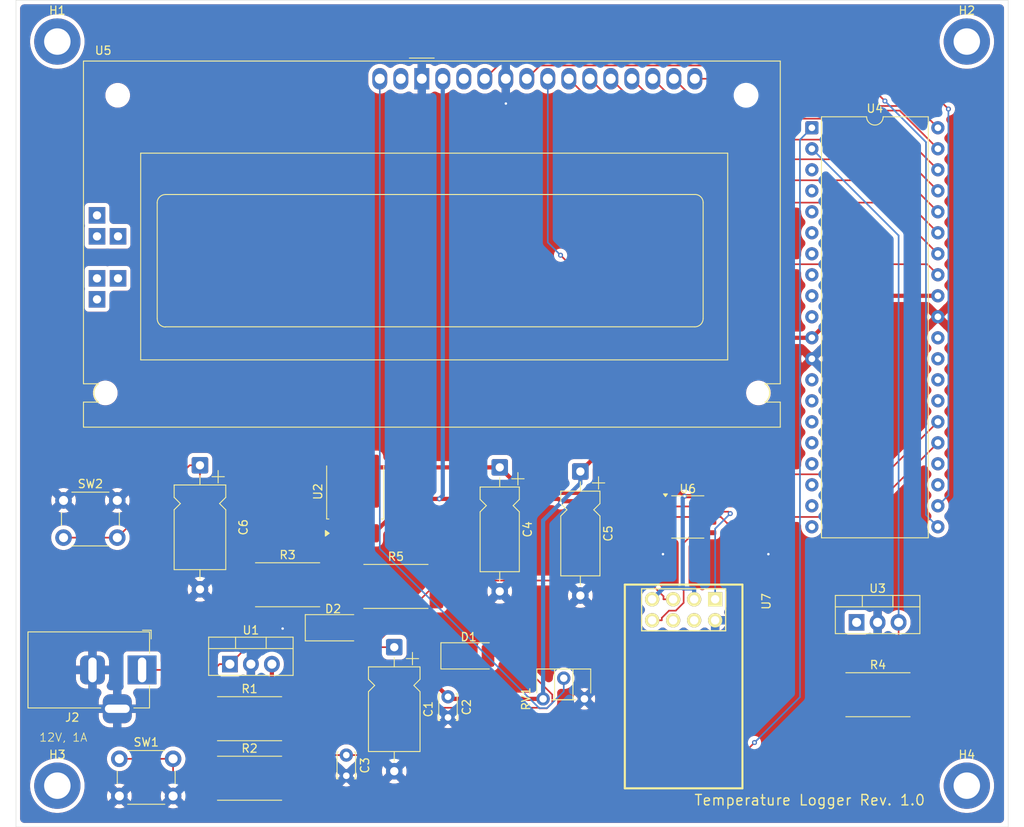
<source format=kicad_pcb>
(kicad_pcb (version 20241229) (generator "pcbnew") (generator_version "9.0")
  (title_block (title "Temperature Logger") (date "2025-07-15") (rev "1.0"))
  (layers (0 "F.Cu" signal) (2 "B.Cu" signal) (13 "F.Paste" user) (15 "B.Paste" user) (5 "F.SilkS" user "F.Silkscreen") (7 "B.SilkS" user "B.Silkscreen") (1 "F.Mask" user) (3 "B.Mask" user) (25 "Edge.Cuts" user))
  (net 0 "")
  (net 1 "GND")
  (net 2 "/12V, 1A")
  (net 3 "Net-(U4-RE3{slash}~{MCLR}{slash}Vpp)")
  (net 4 "/5V VOUT")
  (net 5 "Net-(U7-RST)")
  (net 6 "Net-(D1-A)")
  (net 7 "Net-(D2-A)")
  (net 12 "Net-(U3-V_{OUT})")
  (net 13 "Net-(U5-A{slash}VEE)")
  (net 14 "+5V")
  (net 18 "Net-(U4-C12IN2-{slash}PGM{slash}AN9{slash}RB3)")
  (net 20 "Net-(U4-RD3)")
  (net 25 "Net-(U4-ICSPDAT{slash}RB7)")
  (net 28 "Net-(U4-C12IN3-{slash}AN10{slash}RB1)")
  (net 30 "Net-(U4-RD2)")
  (net 31 "Net-(U4-~{T1G}{slash}AN13{slash}RB5)")
  (net 34 "Net-(U4-ICSPCLK{slash}RB6)")
  (net 35 "Net-(U4-INT{slash}AN12{slash}RB0)")
  (net 36 "Net-(U4-AN11{slash}RB4)")
  (net 41 "Net-(U4-TX{slash}CK{slash}RC6)")
  (net 42 "Net-(U4-RX{slash}DT{slash}RC7)")
  (net 43 "Net-(U4-AN8{slash}RB2)")
  (net 57 "Net-(U6-SDAB)")
  (net 58 "Net-(U6-SCLB)")
  (net 62 "/3.3 VOUT")
  (footprint "Capacitor_THT:CP_Axial_L10.0mm_D4.5mm_P15.00mm_Horizontal" (layer "F.Cu") (at 126.7575 122 -90)
    (property "Reference" "C4" (at 7.5 -3.37 90) (layer "F.SilkS"))
    (property "Value" "100uF")
    (pad "1" thru_hole roundrect (at 0 0 270) (size 2 2) (drill 1) (layers "*.Cu" "*.Mask") (roundrect_rratio 0.125) (net 62 "/3.3 VOUT"))
    (pad "2" thru_hole circle (at 15 0 270) (size 2 2) (drill 1) (layers "*.Cu" "*.Mask") (net 1 "GND"))
  )
  (footprint "Button_Switch_THT:SW_PUSH_6mm_H4.3mm" (layer "F.Cu") (at 80.75 157.25)
    (property "Reference" "SW1" (at 3.25 -2 0) (layer "F.SilkS"))
    (property "Value" "SW_Push")
    (pad "1" thru_hole circle (at 0 0 90) (size 2 2) (drill 1.1) (layers "*.Cu" "*.Mask") (net 3 "Net-(U4-RE3{slash}~{MCLR}{slash}Vpp)"))
    (pad "1" thru_hole circle (at 6.5 0 90) (size 2 2) (drill 1.1) (layers "*.Cu" "*.Mask") (net 3 "Net-(U4-RE3{slash}~{MCLR}{slash}Vpp)"))
    (pad "2" thru_hole circle (at 0 4.5 90) (size 2 2) (drill 1.1) (layers "*.Cu" "*.Mask") (net 1 "GND"))
    (pad "2" thru_hole circle (at 6.5 4.5 90) (size 2 2) (drill 1.1) (layers "*.Cu" "*.Mask") (net 1 "GND"))
  )
  (footprint "Resistor_SMD:R_4020_10251Metric_Pad1.65x5.30mm_HandSolder" (layer "F.Cu") (at 114.2 136.4)
    (property "Reference" "R5" (at 0 -3.6 0) (layer "F.SilkS"))
    (property "Value" "10k")
    (pad "1" smd roundrect (at -4.9 0) (size 1.65 5.3) (layers "F.Cu" "F.Mask" "F.Paste") (roundrect_rratio 0.151515) (net 62 "/3.3 VOUT"))
    (pad "2" smd roundrect (at 4.9 0) (size 1.65 5.3) (layers "F.Cu" "F.Mask" "F.Paste") (roundrect_rratio 0.151515) (net 5 "Net-(U7-RST)"))
  )
  (footprint "Display:RC1602A" (layer "F.Cu") (at 117.33 75)
    (property "Reference" "U5" (at -38.53 -3.41 180) (layer "F.SilkS"))
    (property "Value" "RC1602A-GHW-ESX")
    (pad "" np_thru_hole circle (at -38.28 38 180) (size 2.5 2.5) (drill 2.5) (layers "*.Cu" "*.Mask"))
    (pad "" np_thru_hole circle (at -36.78 2 180) (size 2.5 2.5) (drill 2.5) (layers "*.Cu" "*.Mask"))
    (pad "" np_thru_hole circle (at 39.22 2 180) (size 2.5 2.5) (drill 2.5) (layers "*.Cu" "*.Mask"))
    (pad "" np_thru_hole circle (at 40.72 38 180) (size 2.5 2.5) (drill 2.5) (layers "*.Cu" "*.Mask"))
    (pad "1" thru_hole rect (at 0 0 180) (size 1.8 2.6) (drill 1.2) (layers "*.Cu" "*.Mask") (net 1 "GND"))
    (pad "2" thru_hole oval (at 2.54 0 180) (size 1.8 2.6) (drill 1.2) (layers "*.Cu" "*.Mask") (net 4 "/5V VOUT"))
    (pad "3" thru_hole oval (at 5.08 0 180) (size 1.8 2.6) (drill 1.2) (layers "*.Cu" "*.Mask"))
    (pad "4" thru_hole oval (at 7.62 0 180) (size 1.8 2.6) (drill 1.2) (layers "*.Cu" "*.Mask") (net 20 "Net-(U4-RD3)"))
    (pad "5" thru_hole oval (at 10.16 0 180) (size 1.8 2.6) (drill 1.2) (layers "*.Cu" "*.Mask") (net 1 "GND"))
    (pad "6" thru_hole oval (at 12.7 0 180) (size 1.8 2.6) (drill 1.2) (layers "*.Cu" "*.Mask") (net 30 "Net-(U4-RD2)"))
    (pad "7" thru_hole oval (at 15.24 0 180) (size 1.8 2.6) (drill 1.2) (layers "*.Cu" "*.Mask") (net 35 "Net-(U4-INT{slash}AN12{slash}RB0)"))
    (pad "8" thru_hole oval (at 17.78 0 180) (size 1.8 2.6) (drill 1.2) (layers "*.Cu" "*.Mask") (net 28 "Net-(U4-C12IN3-{slash}AN10{slash}RB1)"))
    (pad "9" thru_hole oval (at 20.32 0 180) (size 1.8 2.6) (drill 1.2) (layers "*.Cu" "*.Mask") (net 43 "Net-(U4-AN8{slash}RB2)"))
    (pad "10" thru_hole oval (at 22.86 0 180) (size 1.8 2.6) (drill 1.2) (layers "*.Cu" "*.Mask") (net 18 "Net-(U4-C12IN2-{slash}PGM{slash}AN9{slash}RB3)"))
    (pad "11" thru_hole oval (at 25.4 0 180) (size 1.8 2.6) (drill 1.2) (layers "*.Cu" "*.Mask") (net 36 "Net-(U4-AN11{slash}RB4)"))
    (pad "12" thru_hole oval (at 27.94 0 180) (size 1.8 2.6) (drill 1.2) (layers "*.Cu" "*.Mask") (net 31 "Net-(U4-~{T1G}{slash}AN13{slash}RB5)"))
    (pad "13" thru_hole oval (at 30.48508 0.00254 180) (size 1.8 2.6) (drill 1.2) (layers "*.Cu" "*.Mask") (net 34 "Net-(U4-ICSPCLK{slash}RB6)"))
    (pad "14" thru_hole oval (at 33.02 0 180) (size 1.8 2.6) (drill 1.2) (layers "*.Cu" "*.Mask") (net 25 "Net-(U4-ICSPDAT{slash}RB7)"))
    (pad "15" thru_hole oval (at -5.08 0 180) (size 1.8 2.6) (drill 1.2) (layers "*.Cu" "*.Mask") (net 13 "Net-(U5-A{slash}VEE)"))
    (pad "16" thru_hole oval (at -2.53492 0.00254 180) (size 1.8 2.6) (drill 1.2) (layers "*.Cu" "*.Mask"))
    (pad "A1" thru_hole rect (at -39.28 24.14 180) (size 2 2) (drill 1) (layers "*.Cu" "*.Mask"))
    (pad "A1" thru_hole rect (at -39.28 26.68 180) (size 2 2) (drill 1) (layers "*.Cu" "*.Mask"))
    (pad "A1" thru_hole rect (at -36.74 24.14 180) (size 2 2) (drill 1) (layers "*.Cu" "*.Mask"))
    (pad "K1" thru_hole rect (at -39.28 16.52 180) (size 2 2) (drill 1) (layers "*.Cu" "*.Mask"))
    (pad "K1" thru_hole rect (at -39.28 19.06 180) (size 2 2) (drill 1) (layers "*.Cu" "*.Mask"))
    (pad "K1" thru_hole rect (at -36.74 19.06 180) (size 2 2) (drill 1) (layers "*.Cu" "*.Mask"))
  )
  (footprint "Potentiometer_THT:Potentiometer_ACP_CA6-H2,5_Horizontal" (layer "F.Cu") (at 132 150 90)
    (property "Reference" "RV1" (at 0 -2.06 90) (layer "F.SilkS"))
    (property "Value" "R_Potentiometer")
    (pad "1" thru_hole circle (at 0 0 90) (size 1.62 1.62) (drill 0.9) (layers "*.Cu" "*.Mask") (net 4 "/5V VOUT"))
    (pad "2" thru_hole circle (at 2.5 2.5 90) (size 1.62 1.62) (drill 0.9) (layers "*.Cu" "*.Mask") (net 13 "Net-(U5-A{slash}VEE)"))
    (pad "3" thru_hole circle (at 0 5 90) (size 1.62 1.62) (drill 0.9) (layers "*.Cu" "*.Mask") (net 1 "GND"))
  )
  (footprint "Resistor_SMD:R_4020_10251Metric_Pad1.65x5.30mm_HandSolder" (layer "F.Cu") (at 172.5 149.5)
    (property "Reference" "R4" (at 0 -3.6 0) (layer "F.SilkS"))
    (property "Value" "10k")
    (pad "1" smd roundrect (at -4.9 0) (size 1.65 5.3) (layers "F.Cu" "F.Mask" "F.Paste") (roundrect_rratio 0.151515) (net 1 "GND"))
    (pad "2" smd roundrect (at 4.9 0) (size 1.65 5.3) (layers "F.Cu" "F.Mask" "F.Paste") (roundrect_rratio 0.151515) (net 12 "Net-(U3-V_{OUT})"))
  )
  (footprint "Resistor_SMD:R_4020_10251Metric_Pad1.65x5.30mm_HandSolder" (layer "F.Cu") (at 101.1 136.2)
    (property "Reference" "R3" (at 0 -3.6 0) (layer "F.SilkS"))
    (property "Value" "470")
    (pad "1" smd roundrect (at -4.9 0) (size 1.65 5.3) (layers "F.Cu" "F.Mask" "F.Paste") (roundrect_rratio 0.151515) (net 62 "/3.3 VOUT"))
    (pad "2" smd roundrect (at 4.9 0) (size 1.65 5.3) (layers "F.Cu" "F.Mask" "F.Paste") (roundrect_rratio 0.151515) (net 7 "Net-(D2-A)"))
  )
  (footprint "Package_TO_SOT_SMD:TO-252-3_TabPin2" (layer "F.Cu") (at 109.275 124.935 90)
    (property "Reference" "U2" (at 0 -4.5 90) (layer "F.SilkS"))
    (property "Value" "LM1117DT-3.3")
    (pad "1" smd roundrect (at -5.04 -2.28 90) (size 2.2 1.2) (layers "F.Cu" "F.Mask" "F.Paste") (roundrect_rratio 0.208333) (net 1 "GND"))
    (pad "2" smd roundrect (at -5.04 0 90) (size 2.2 1.2) (layers "F.Cu" "F.Mask" "F.Paste") (roundrect_rratio 0.208333) (net 62 "/3.3 VOUT"))
    (pad "2" smd roundrect (at 1.26 0 90) (size 6.4 5.8) (layers "F.Cu" "F.Mask") (roundrect_rratio 0.043103) (net 62 "/3.3 VOUT"))
    (pad "3" smd roundrect (at -5.04 2.28 90) (size 2.2 1.2) (layers "F.Cu" "F.Mask" "F.Paste") (roundrect_rratio 0.208333) (net 4 "/5V VOUT"))
  )
  (footprint "Resistor_SMD:R_4020_10251Metric_Pad1.65x5.30mm_HandSolder" (layer "F.Cu") (at 96.5 159.6)
    (property "Reference" "R2" (at 0 -3.6 0) (layer "F.SilkS"))
    (property "Value" "10k")
    (pad "1" smd roundrect (at -4.9 0) (size 1.65 5.3) (layers "F.Cu" "F.Mask" "F.Paste") (roundrect_rratio 0.151515) (net 4 "/5V VOUT"))
    (pad "2" smd roundrect (at 4.9 0) (size 1.65 5.3) (layers "F.Cu" "F.Mask" "F.Paste") (roundrect_rratio 0.151515) (net 3 "Net-(U4-RE3{slash}~{MCLR}{slash}Vpp)"))
  )
  (footprint "Capacitor_THT:C_Disc_D3.0mm_W2.0mm_P2.50mm" (layer "F.Cu") (at 120.5 149.75 -90)
    (property "Reference" "C2" (at 1.25 -2.25 90) (layer "F.SilkS"))
    (property "Value" "0.1uF")
    (pad "1" thru_hole circle (at 0 0 270) (size 1.6 1.6) (drill 0.8) (layers "*.Cu" "*.Mask") (net 4 "/5V VOUT"))
    (pad "2" thru_hole circle (at 2.5 0 270) (size 1.6 1.6) (drill 0.8) (layers "*.Cu" "*.Mask") (net 1 "GND"))
  )
  (footprint "ESP8266:ESP-01" (layer "F.Cu") (at 152.81 137.959 -90)
    (property "Reference" "U7" (at 0.254 -6.19 90) (layer "F.SilkS"))
    (property "Value" "ESP-01v090")
    (pad "1" thru_hole rect (at 0 0 270) (size 1.7272 1.7272) (drill 1.016) (layers "*.Cu" "*.Mask" "F.SilkS") (net 58 "Net-(U6-SCLB)"))
    (pad "2" thru_hole oval (at 2.54 0 270) (size 1.7272 1.7272) (drill 1.016) (layers "*.Cu" "*.Mask" "F.SilkS") (net 1 "GND"))
    (pad "3" thru_hole oval (at 0 2.54 270) (size 1.7272 1.7272) (drill 1.016) (layers "*.Cu" "*.Mask" "F.SilkS") (net 62 "/3.3 VOUT"))
    (pad "4" thru_hole oval (at 2.54 2.54 270) (size 1.7272 1.7272) (drill 1.016) (layers "*.Cu" "*.Mask" "F.SilkS"))
    (pad "5" thru_hole oval (at 0 5.08 270) (size 1.7272 1.7272) (drill 1.016) (layers "*.Cu" "*.Mask" "F.SilkS") (net 5 "Net-(U7-RST)"))
    (pad "6" thru_hole oval (at 2.54 5.08 270) (size 1.7272 1.7272) (drill 1.016) (layers "*.Cu" "*.Mask" "F.SilkS"))
    (pad "7" thru_hole oval (at 0 7.62 270) (size 1.7272 1.7272) (drill 1.016) (layers "*.Cu" "*.Mask" "F.SilkS") (net 62 "/3.3 VOUT"))
    (pad "8" thru_hole oval (at 2.54 7.62 270) (size 1.7272 1.7272) (drill 1.016) (layers "*.Cu" "*.Mask" "F.SilkS") (net 57 "Net-(U6-SDAB)"))
  )
  (footprint "Capacitor_THT:CP_Axial_L10.0mm_D4.5mm_P15.00mm_Horizontal" (layer "F.Cu") (at 136.5075 122.5 -90)
    (property "Reference" "C5" (at 7.5 -3.37 90) (layer "F.SilkS"))
    (property "Value" "100uF")
    (pad "1" thru_hole roundrect (at 0 0 270) (size 2 2) (drill 1) (layers "*.Cu" "*.Mask") (roundrect_rratio 0.125) (net 4 "/5V VOUT"))
    (pad "2" thru_hole circle (at 15 0 270) (size 2 2) (drill 1) (layers "*.Cu" "*.Mask") (net 1 "GND"))
  )
  (footprint "Package_TO_SOT_THT:TO-220-3_Vertical" (layer "F.Cu") (at 169.92 140.75)
    (property "Reference" "U3" (at 2.54 -4.1 0) (layer "F.SilkS"))
    (property "Value" "LM35-NEB")
    (pad "1" thru_hole rect (at 0 0) (size 1.905 2) (drill 1.1) (layers "*.Cu" "*.Mask") (net 14 "+5V"))
    (pad "2" thru_hole oval (at 2.54 0) (size 1.905 2) (drill 1.1) (layers "*.Cu" "*.Mask") (net 1 "GND"))
    (pad "3" thru_hole oval (at 5.08 0) (size 1.905 2) (drill 1.1) (layers "*.Cu" "*.Mask") (net 12 "Net-(U3-V_{OUT})"))
  )
  (footprint "Capacitor_THT:CP_Axial_L10.0mm_D6.0mm_P15.00mm_Horizontal" (layer "F.Cu") (at 114 143.75 -90)
    (property "Reference" "C1" (at 7.5 -4.12 90) (layer "F.SilkS"))
    (property "Value" "1000uF")
    (pad "1" thru_hole roundrect (at 0 0 270) (size 2 2) (drill 1) (layers "*.Cu" "*.Mask") (roundrect_rratio 0.125) (net 2 "/12V, 1A"))
    (pad "2" thru_hole circle (at 15 0 270) (size 2 2) (drill 1) (layers "*.Cu" "*.Mask") (net 1 "GND"))
  )
  (footprint "MountingHole:MountingHole_3.2mm_M3_DIN965_Pad" (layer "F.Cu") (at 183.25 70.5)
    (property "Reference" "H2" (at 0 -3.75 0) (layer "F.SilkS"))
    (property "Value" "MountingHole_Pad")
    (pad "1" thru_hole circle (at 0 0) (size 5.6 5.6) (drill 3.2) (layers "*.Cu" "*.Mask"))
  )
  (footprint "Capacitor_THT:CP_Axial_L10.0mm_D6.0mm_P15.00mm_Horizontal" (layer "F.Cu") (at 90.5 121.75 -90)
    (property "Reference" "C6" (at 7.5 -5.25 90) (layer "F.SilkS"))
    (property "Value" "10uF")
    (pad "1" thru_hole roundrect (at 0 0 270) (size 2 2) (drill 1) (layers "*.Cu" "*.Mask") (roundrect_rratio 0.125) (net 5 "Net-(U7-RST)"))
    (pad "2" thru_hole circle (at 15 0 270) (size 2 2) (drill 1) (layers "*.Cu" "*.Mask") (net 1 "GND"))
  )
  (footprint "Package_TO_SOT_THT:TO-220-3_Vertical" (layer "F.Cu") (at 94.12 145.8)
    (property "Reference" "U1" (at 2.54 -4.1 0) (layer "F.SilkS"))
    (property "Value" "LM7805_TO220")
    (pad "1" thru_hole rect (at 0 0) (size 1.905 2) (drill 1.1) (layers "*.Cu" "*.Mask") (net 2 "/12V, 1A"))
    (pad "2" thru_hole oval (at 2.54 0) (size 1.905 2) (drill 1.1) (layers "*.Cu" "*.Mask") (net 1 "GND"))
    (pad "3" thru_hole oval (at 5.08 0) (size 1.905 2) (drill 1.1) (layers "*.Cu" "*.Mask") (net 4 "/5V VOUT"))
  )
  (footprint "LED_SMD:LED_2010_5025Metric_Pad1.52x2.65mm_HandSolder" (layer "F.Cu") (at 123 144.8)
    (property "Reference" "D1" (at 0 -2.28 0) (layer "F.SilkS"))
    (property "Value" "LED")
    (pad "1" smd roundrect (at -2.3375 0) (size 1.525 2.65) (layers "F.Cu" "F.Mask" "F.Paste") (roundrect_rratio 0.163934) (net 1 "GND"))
    (pad "2" smd roundrect (at 2.3375 0) (size 1.525 2.65) (layers "F.Cu" "F.Mask" "F.Paste") (roundrect_rratio 0.163934) (net 6 "Net-(D1-A)"))
  )
  (footprint "Package_SO:SOIC-8_3.9x4.9mm_P1.27mm" (layer "F.Cu") (at 149.5 128)
    (property "Reference" "U6" (at 0 -3.4 0) (layer "F.SilkS"))
    (property "Value" "TCA9517D")
    (pad "1" smd roundrect (at -2.475 -1.905) (size 1.95 0.6) (layers "F.Cu" "F.Mask" "F.Paste") (net 4 "/5V VOUT"))
    (pad "2" smd roundrect (at -2.475 -0.635) (size 1.95 0.6) (layers "F.Cu" "F.Mask" "F.Paste") (net 42 "Net-(U4-RX{slash}DT{slash}RC7)"))
    (pad "3" smd roundrect (at -2.475 0.635) (size 1.95 0.6) (layers "F.Cu" "F.Mask" "F.Paste") (net 41 "Net-(U4-TX{slash}CK{slash}RC6)"))
    (pad "4" smd roundrect (at -2.475 1.905) (size 1.95 0.6) (layers "F.Cu" "F.Mask" "F.Paste") (net 1 "GND"))
    (pad "5" smd roundrect (at 2.475 1.905) (size 1.95 0.6) (layers "F.Cu" "F.Mask" "F.Paste"))
    (pad "6" smd roundrect (at 2.475 0.635) (size 1.95 0.6) (layers "F.Cu" "F.Mask" "F.Paste") (net 57 "Net-(U6-SDAB)"))
    (pad "7" smd roundrect (at 2.475 -0.635) (size 1.95 0.6) (layers "F.Cu" "F.Mask" "F.Paste") (net 58 "Net-(U6-SCLB)"))
    (pad "8" smd roundrect (at 2.475 -1.905) (size 1.95 0.6) (layers "F.Cu" "F.Mask" "F.Paste") (net 62 "/3.3 VOUT"))
  )
  (footprint "MountingHole:MountingHole_3.2mm_M3_DIN965_Pad" (layer "F.Cu") (at 183.25 160.5)
    (property "Reference" "H4" (at 0 -3.75 0) (layer "F.SilkS"))
    (property "Value" "MountingHole_Pad")
    (pad "1" thru_hole circle (at 0 0) (size 5.6 5.6) (drill 3.2) (layers "*.Cu" "*.Mask"))
  )
  (footprint "Connector_BarrelJack:BarrelJack_Horizontal" (layer "F.Cu") (at 83.5 146.5)
    (property "Reference" "J2" (at -8.45 5.75 0) (layer "F.SilkS"))
    (property "Value" "Barrel_Jack_Switch")
    (pad "1" thru_hole rect (at 0 0) (size 3.5 3.5) (drill oval 1 3) (layers "*.Cu" "*.Mask") (net 2 "/12V, 1A"))
    (pad "2" thru_hole roundrect (at -6 0) (size 3 3.5) (drill oval 1 3) (layers "*.Cu" "*.Mask") (net 1 "GND"))
    (pad "3" thru_hole roundrect (at -3 4.7) (size 3.5 3.5) (drill oval 3 1) (layers "*.Cu" "*.Mask") (net 1 "GND"))
  )
  (footprint "Package_DIP:DIP-40_W15.24mm" (layer "F.Cu") (at 164.51 80.93)
    (property "Reference" "U4" (at 7.62 -2.33 0) (layer "F.SilkS"))
    (property "Value" "PIC16F887-IP")
    (pad "1" thru_hole roundrect (at 0 0) (size 1.6 1.6) (drill 0.8) (layers "*.Cu" "*.Mask") (roundrect_rratio 0.15625) (net 3 "Net-(U4-RE3{slash}~{MCLR}{slash}Vpp)"))
    (pad "2" thru_hole circle (at 0 2.54) (size 1.6 1.6) (drill 0.8) (layers "*.Cu" "*.Mask") (net 12 "Net-(U3-V_{OUT})"))
    (pad "3" thru_hole circle (at 0 5.08) (size 1.6 1.6) (drill 0.8) (layers "*.Cu" "*.Mask"))
    (pad "4" thru_hole circle (at 0 7.62) (size 1.6 1.6) (drill 0.8) (layers "*.Cu" "*.Mask"))
    (pad "5" thru_hole circle (at 0 10.16) (size 1.6 1.6) (drill 0.8) (layers "*.Cu" "*.Mask"))
    (pad "6" thru_hole circle (at 0 12.7) (size 1.6 1.6) (drill 0.8) (layers "*.Cu" "*.Mask"))
    (pad "7" thru_hole circle (at 0 15.24) (size 1.6 1.6) (drill 0.8) (layers "*.Cu" "*.Mask"))
    (pad "8" thru_hole circle (at 0 17.78) (size 1.6 1.6) (drill 0.8) (layers "*.Cu" "*.Mask"))
    (pad "9" thru_hole circle (at 0 20.32) (size 1.6 1.6) (drill 0.8) (layers "*.Cu" "*.Mask"))
    (pad "10" thru_hole circle (at 0 22.86) (size 1.6 1.6) (drill 0.8) (layers "*.Cu" "*.Mask"))
    (pad "11" thru_hole circle (at 0 25.4) (size 1.6 1.6) (drill 0.8) (layers "*.Cu" "*.Mask") (net 4 "/5V VOUT"))
    (pad "12" thru_hole circle (at 0 27.94) (size 1.6 1.6) (drill 0.8) (layers "*.Cu" "*.Mask") (net 1 "GND"))
    (pad "13" thru_hole circle (at 0 30.48) (size 1.6 1.6) (drill 0.8) (layers "*.Cu" "*.Mask"))
    (pad "14" thru_hole circle (at 0 33.02) (size 1.6 1.6) (drill 0.8) (layers "*.Cu" "*.Mask"))
    (pad "15" thru_hole circle (at 0 35.56) (size 1.6 1.6) (drill 0.8) (layers "*.Cu" "*.Mask"))
    (pad "16" thru_hole circle (at 0 38.1) (size 1.6 1.6) (drill 0.8) (layers "*.Cu" "*.Mask"))
    (pad "17" thru_hole circle (at 0 40.64) (size 1.6 1.6) (drill 0.8) (layers "*.Cu" "*.Mask"))
    (pad "18" thru_hole circle (at 0 43.18) (size 1.6 1.6) (drill 0.8) (layers "*.Cu" "*.Mask"))
    (pad "19" thru_hole circle (at 0 45.72) (size 1.6 1.6) (drill 0.8) (layers "*.Cu" "*.Mask"))
    (pad "20" thru_hole circle (at 0 48.26) (size 1.6 1.6) (drill 0.8) (layers "*.Cu" "*.Mask"))
    (pad "21" thru_hole circle (at 15.24 48.26) (size 1.6 1.6) (drill 0.8) (layers "*.Cu" "*.Mask") (net 30 "Net-(U4-RD2)"))
    (pad "22" thru_hole circle (at 15.24 45.72) (size 1.6 1.6) (drill 0.8) (layers "*.Cu" "*.Mask") (net 20 "Net-(U4-RD3)"))
    (pad "23" thru_hole circle (at 15.24 43.18) (size 1.6 1.6) (drill 0.8) (layers "*.Cu" "*.Mask"))
    (pad "24" thru_hole circle (at 15.24 40.64) (size 1.6 1.6) (drill 0.8) (layers "*.Cu" "*.Mask"))
    (pad "25" thru_hole circle (at 15.24 38.1) (size 1.6 1.6) (drill 0.8) (layers "*.Cu" "*.Mask") (net 41 "Net-(U4-TX{slash}CK{slash}RC6)"))
    (pad "26" thru_hole circle (at 15.24 35.56) (size 1.6 1.6) (drill 0.8) (layers "*.Cu" "*.Mask") (net 42 "Net-(U4-RX{slash}DT{slash}RC7)"))
    (pad "27" thru_hole circle (at 15.24 33.02) (size 1.6 1.6) (drill 0.8) (layers "*.Cu" "*.Mask"))
    (pad "28" thru_hole circle (at 15.24 30.48) (size 1.6 1.6) (drill 0.8) (layers "*.Cu" "*.Mask"))
    (pad "29" thru_hole circle (at 15.24 27.94) (size 1.6 1.6) (drill 0.8) (layers "*.Cu" "*.Mask"))
    (pad "30" thru_hole circle (at 15.24 25.4) (size 1.6 1.6) (drill 0.8) (layers "*.Cu" "*.Mask"))
    (pad "31" thru_hole circle (at 15.24 22.86) (size 1.6 1.6) (drill 0.8) (layers "*.Cu" "*.Mask") (net 1 "GND"))
    (pad "32" thru_hole circle (at 15.24 20.32) (size 1.6 1.6) (drill 0.8) (layers "*.Cu" "*.Mask") (net 4 "/5V VOUT"))
    (pad "33" thru_hole circle (at 15.24 17.78) (size 1.6 1.6) (drill 0.8) (layers "*.Cu" "*.Mask") (net 35 "Net-(U4-INT{slash}AN12{slash}RB0)"))
    (pad "34" thru_hole circle (at 15.24 15.24) (size 1.6 1.6) (drill 0.8) (layers "*.Cu" "*.Mask") (net 28 "Net-(U4-C12IN3-{slash}AN10{slash}RB1)"))
    (pad "35" thru_hole circle (at 15.24 12.7) (size 1.6 1.6) (drill 0.8) (layers "*.Cu" "*.Mask") (net 43 "Net-(U4-AN8{slash}RB2)"))
    (pad "36" thru_hole circle (at 15.24 10.16) (size 1.6 1.6) (drill 0.8) (layers "*.Cu" "*.Mask") (net 18 "Net-(U4-C12IN2-{slash}PGM{slash}AN9{slash}RB3)"))
    (pad "37" thru_hole circle (at 15.24 7.62) (size 1.6 1.6) (drill 0.8) (layers "*.Cu" "*.Mask") (net 36 "Net-(U4-AN11{slash}RB4)"))
    (pad "38" thru_hole circle (at 15.24 5.08) (size 1.6 1.6) (drill 0.8) (layers "*.Cu" "*.Mask") (net 31 "Net-(U4-~{T1G}{slash}AN13{slash}RB5)"))
    (pad "39" thru_hole circle (at 15.24 2.54) (size 1.6 1.6) (drill 0.8) (layers "*.Cu" "*.Mask") (net 34 "Net-(U4-ICSPCLK{slash}RB6)"))
    (pad "40" thru_hole circle (at 15.24 0) (size 1.6 1.6) (drill 0.8) (layers "*.Cu" "*.Mask") (net 25 "Net-(U4-ICSPDAT{slash}RB7)"))
  )
  (footprint "Button_Switch_THT:SW_PUSH_6mm_H4.3mm" (layer "F.Cu") (at 74 126)
    (property "Reference" "SW2" (at 3.25 -2 0) (layer "F.SilkS"))
    (property "Value" "SW_Push")
    (pad "1" thru_hole circle (at 0 0 90) (size 2 2) (drill 1.1) (layers "*.Cu" "*.Mask") (net 1 "GND"))
    (pad "1" thru_hole circle (at 6.5 0 90) (size 2 2) (drill 1.1) (layers "*.Cu" "*.Mask") (net 1 "GND"))
    (pad "2" thru_hole circle (at 0 4.5 90) (size 2 2) (drill 1.1) (layers "*.Cu" "*.Mask") (net 5 "Net-(U7-RST)"))
    (pad "2" thru_hole circle (at 6.5 4.5 90) (size 2 2) (drill 1.1) (layers "*.Cu" "*.Mask") (net 5 "Net-(U7-RST)"))
  )
  (footprint "Capacitor_THT:C_Disc_D3.0mm_W2.0mm_P2.50mm" (layer "F.Cu") (at 108.2 156.8 -90)
    (property "Reference" "C3" (at 1.25 -2.25 90) (layer "F.SilkS"))
    (property "Value" "0.1uF")
    (pad "1" thru_hole circle (at 0 0 270) (size 1.6 1.6) (drill 0.8) (layers "*.Cu" "*.Mask") (net 3 "Net-(U4-RE3{slash}~{MCLR}{slash}Vpp)"))
    (pad "2" thru_hole circle (at 2.5 0 270) (size 1.6 1.6) (drill 0.8) (layers "*.Cu" "*.Mask") (net 1 "GND"))
  )
  (footprint "MountingHole:MountingHole_3.2mm_M3_DIN965_Pad" (layer "F.Cu") (at 73.25 70.5)
    (property "Reference" "H1" (at 0 -3.75 0) (layer "F.SilkS"))
    (property "Value" "MountingHole_Pad")
    (pad "1" thru_hole circle (at 0 0) (size 5.6 5.6) (drill 3.2) (layers "*.Cu" "*.Mask"))
  )
  (footprint "LED_SMD:LED_2010_5025Metric_Pad1.52x2.65mm_HandSolder" (layer "F.Cu") (at 106.6 141.4)
    (property "Reference" "D2" (at 0 -2.28 0) (layer "F.SilkS"))
    (property "Value" "LED")
    (pad "1" smd roundrect (at -2.3375 0) (size 1.525 2.65) (layers "F.Cu" "F.Mask" "F.Paste") (roundrect_rratio 0.163934) (net 1 "GND"))
    (pad "2" smd roundrect (at 2.3375 0) (size 1.525 2.65) (layers "F.Cu" "F.Mask" "F.Paste") (roundrect_rratio 0.163934) (net 7 "Net-(D2-A)"))
  )
  (footprint "Resistor_SMD:R_4020_10251Metric_Pad1.65x5.30mm_HandSolder" (layer "F.Cu") (at 96.5 152.4)
    (property "Reference" "R1" (at 0 -3.6 0) (layer "F.SilkS"))
    (property "Value" "1k")
    (pad "1" smd roundrect (at -4.9 0) (size 1.65 5.3) (layers "F.Cu" "F.Mask" "F.Paste") (roundrect_rratio 0.151515) (net 4 "/5V VOUT"))
    (pad "2" smd roundrect (at 4.9 0) (size 1.65 5.3) (layers "F.Cu" "F.Mask" "F.Paste") (roundrect_rratio 0.151515) (net 6 "Net-(D1-A)"))
  )
  (footprint "MountingHole:MountingHole_3.2mm_M3_DIN965_Pad" (layer "F.Cu") (at 73.25 160.5)
    (property "Reference" "H3" (at 0 -3.75 0) (layer "F.SilkS"))
    (property "Value" "MountingHole_Pad")
    (pad "1" thru_hole circle (at 0 0) (size 5.6 5.6) (drill 3.2) (layers "*.Cu" "*.Mask"))
  )
  (gr_rect (start 68.25 65.5) (end 188.25 165.5) (stroke (width 0.05)) (fill no) (layer "Edge.Cuts"))
  (gr_text "Temperature Logger Rev. 1.0" (at 164.25 162.25 0) (layer "F.SilkS") (effects (font (size 1.27 1.27))))
  (gr_text "12V, 1A" (at 71 155.25 0) (layer "F.SilkS") (effects (font (size 1 1) (thickness 0.1)) (justify left bottom)))
  (segment (start 100.6 141.4) (end 100.5 141.5) (width 1.016) (layer "F.Cu") (net 1))
  (segment (start 147.025 129.905) (end 147.025 131.975) (width 1.016) (layer "F.Cu") (net 1))
  (segment (start 127.49 75) (end 127.49 77.99) (width 1.016) (layer "F.Cu") (net 1))
  (segment (start 104.2625 141.4) (end 100.6 141.4) (width 1.016) (layer "F.Cu") (net 1))
  (segment (start 127.49 77.99) (end 127.5 78) (width 1.016) (layer "F.Cu") (net 1))
  (segment (start 147.025 131.975) (end 146.5 132.5) (width 1.016) (layer "F.Cu") (net 1))
  (via (at 146.5 132.5) (size 0.6) (drill 0.3) (layers "F.Cu" "B.Cu") (net 1))
  (via (at 127.5 78) (size 0.6) (drill 0.3) (layers "F.Cu" "B.Cu") (net 1))
  (via (at 100.5 141.5) (size 0.6) (drill 0.3) (layers "F.Cu" "B.Cu") (net 1))
  (via (at 159.25 132.5) (size 0.6) (drill 0.3) (layers "F.Cu" "B.Cu") (net 1))
  (segment (start 144.75 123.25) (end 157.75 123.25) (width 1.016) (layer "B.Cu") (net 1))
  (segment (start 157.75 123.25) (end 159.25 124.75) (width 1.016) (layer "B.Cu") (net 1))
  (segment (start 146.5 132.5) (end 143 129) (width 1.016) (layer "B.Cu") (net 1))
  (segment (start 159.25 124.75) (end 159.25 132.5) (width 1.016) (layer "B.Cu") (net 1))
  (segment (start 96.66 145.8) (end 96.66 145.34) (width 1.016) (layer "B.Cu") (net 1))
  (segment (start 96.66 145.34) (end 100.5 141.5) (width 1.016) (layer "B.Cu") (net 1))
  (segment (start 143 129) (end 143 127.25) (width 1.016) (layer "B.Cu") (net 1))
  (segment (start 143 125) (end 144.75 123.25) (width 1.016) (layer "B.Cu") (net 1))
  (segment (start 143 127.25) (end 143 125) (width 1.016) (layer "B.Cu") (net 1))
  (segment (start 83.5 146.5) (end 92.1658 146.5) (width 0.2) (layer "F.Cu") (net 2))
  (segment (start 96.17 143.75) (end 114 143.75) (width 0.2) (layer "F.Cu") (net 2))
  (segment (start 92.8658 145.8) (end 94.12 145.8) (width 0.2) (layer "F.Cu") (net 2))
  (segment (start 94.12 145.8) (end 96.17 143.75) (width 0.2) (layer "F.Cu") (net 2))
  (segment (start 92.1658 146.5) (end 92.8658 145.8) (width 0.2) (layer "F.Cu") (net 2))
  (segment (start 85.8192 157.25) (end 85.7779 157.25) (width 0.2) (layer "F.Cu") (net 3))
  (segment (start 87.25 159.0144) (end 90.8371 162.6015) (width 0.2) (layer "F.Cu") (net 3))
  (segment (start 101.4 159.6) (end 104.2 156.8) (width 0.2) (layer "F.Cu") (net 3))
  (segment (start 87.25 157.25) (end 87.25 159.0144) (width 0.2) (layer "F.Cu") (net 3))
  (segment (start 86.9254 157.25) (end 85.8883 157.25) (width 0.2) (layer "F.Cu") (net 3))
  (segment (start 104.2 156.8) (end 108.2 156.8) (width 0.2) (layer "F.Cu") (net 3))
  (segment (start 156.055 156.8) (end 157.5699 155.2851) (width 0.2) (layer "F.Cu") (net 3))
  (segment (start 87.25 157.25) (end 86.9254 157.25) (width 0.2) (layer "F.Cu") (net 3))
  (segment (start 85.8883 157.25) (end 85.8192 157.25) (width 0.2) (layer "F.Cu") (net 3))
  (segment (start 85.7779 157.25) (end 80.75 157.25) (width 0.2) (layer "F.Cu") (net 3))
  (segment (start 108.2 156.8) (end 156.055 156.8) (width 0.2) (layer "F.Cu") (net 3))
  (segment (start 98.3985 162.6015) (end 101.4 159.6) (width 0.2) (layer "F.Cu") (net 3))
  (segment (start 90.8371 162.6015) (end 98.3985 162.6015) (width 0.2) (layer "F.Cu") (net 3))
  (via (at 157.5699 155.2851) (size 0.6) (drill 0.3) (layers "F.Cu" "B.Cu") (net 3))
  (segment (start 163.0702 149.7848) (end 163.0702 82.3698) (width 0.2) (layer "B.Cu") (net 3))
  (segment (start 163.0702 82.3698) (end 164.51 80.93) (width 0.2) (layer "B.Cu") (net 3))
  (segment (start 157.5699 155.2851) (end 163.0702 149.7848) (width 0.2) (layer "B.Cu") (net 3))
  (segment (start 99.2 145.8) (end 99.2 147.5631) (width 0.508) (layer "F.Cu") (net 4))
  (segment (start 133.8503 125.8141) (end 119.4565 125.8141) (width 0.508) (layer "F.Cu") (net 4))
  (segment (start 164.51 106.33) (end 169.59 101.25) (width 0.508) (layer "F.Cu") (net 4))
  (segment (start 119.4565 125.8141) (end 115.7159 125.8141) (width 0.508) (layer "F.Cu") (net 4))
  (segment (start 115.7159 125.8141) (end 111.555 129.975) (width 0.508) (layer "F.Cu") (net 4))
  (segment (start 152.6775 106.33) (end 136.5075 122.5) (width 0.508) (layer "F.Cu") (net 4))
  (segment (start 118.3131 147.5631) (end 120.5 149.75) (width 0.508) (layer "F.Cu") (net 4))
  (segment (start 134.1312 126.2989) (end 134.1312 126.095) (width 0.508) (layer "F.Cu") (net 4))
  (segment (start 120.5 149.75) (end 120.75 150) (width 0.508) (layer "F.Cu") (net 4))
  (segment (start 120.75 150) (end 132 150) (width 0.508) (layer "F.Cu") (net 4))
  (segment (start 91.6 152.4) (end 91.6 159.6) (width 0.508) (layer "F.Cu") (net 4))
  (segment (start 169.59 101.25) (end 179.75 101.25) (width 0.508) (layer "F.Cu") (net 4))
  (segment (start 134.1312 126.095) (end 133.8503 125.8141) (width 0.508) (layer "F.Cu") (net 4))
  (segment (start 94.3631 152.4) (end 99.2 147.5631) (width 0.508) (layer "F.Cu") (net 4))
  (segment (start 99.2 147.5631) (end 118.3131 147.5631) (width 0.508) (layer "F.Cu") (net 4))
  (segment (start 164.51 106.33) (end 152.6775 106.33) (width 0.508) (layer "F.Cu") (net 4))
  (segment (start 91.6 152.4) (end 94.3631 152.4) (width 0.508) (layer "F.Cu") (net 4))
  (segment (start 147.025 126.095) (end 134.1312 126.095) (width 0.508) (layer "F.Cu") (net 4))
  (via (at 134.1312 126.2989) (size 0.6) (drill 0.3) (layers "F.Cu" "B.Cu") (net 4))
  (via (at 119.4565 125.8141) (size 0.6) (drill 0.3) (layers "F.Cu" "B.Cu") (net 4))
  (segment (start 132 150) (end 132 128.4301) (width 0.508) (layer "B.Cu") (net 4))
  (segment (start 132 128.4301) (end 134.1312 126.2989) (width 0.508) (layer "B.Cu") (net 4))
  (segment (start 119.87 125.4006) (end 119.87 75) (width 0.508) (layer "B.Cu") (net 4))
  (segment (start 136.5075 122.5) (end 136.5075 123.9226) (width 0.508) (layer "B.Cu") (net 4))
  (segment (start 136.5075 123.9226) (end 134.1312 126.2989) (width 0.508) (layer "B.Cu") (net 4))
  (segment (start 119.4565 125.8141) (end 119.87 125.4006) (width 0.508) (layer "B.Cu") (net 4))
  (segment (start 118.7448 136.4) (end 112.1011 143.0437) (width 0.2) (layer "F.Cu") (net 5))
  (segment (start 119.8103 135.6897) (end 144.6576 135.6897) (width 0.2) (layer "F.Cu") (net 5))
  (segment (start 90.5 121.75) (end 90.5 134.328058) (width 0.2) (layer "F.Cu") (net 5))
  (segment (start 119.1 136.4) (end 118.7448 136.4) (width 0.2) (layer "F.Cu") (net 5))
  (segment (start 74 130.5) (end 80.5 130.5) (width 0.2) (layer "F.Cu") (net 5))
  (segment (start 90.5 134.328058) (end 92.960971 136.789029) (width 0.2) (layer "F.Cu") (net 5))
  (segment (start 89.25 121.75) (end 80.5 130.5) (width 0.2) (layer "F.Cu") (net 5))
  (segment (start 144.6576 135.6897) (end 146.5647 137.5968) (width 0.2) (layer "F.Cu") (net 5))
  (segment (start 99.2156 143.0437) (end 92.960971 136.789029) (width 0.2) (layer "F.Cu") (net 5))
  (segment (start 119.1 136.4) (end 119.8103 135.6897) (width 0.2) (layer "F.Cu") (net 5))
  (segment (start 147.73 137.959) (end 146.5647 137.959) (width 0.2) (layer "F.Cu") (net 5))
  (segment (start 90.5 121.75) (end 89.25 121.75) (width 0.2) (layer "F.Cu") (net 5))
  (segment (start 146.5647 137.5968) (end 146.5647 137.959) (width 0.2) (layer "F.Cu") (net 5))
  (segment (start 112.1011 143.0437) (end 99.2156 143.0437) (width 0.2) (layer "F.Cu") (net 5))
  (segment (start 131.5776 151.1498) (end 131.5027 151.0749) (width 0.2) (layer "F.Cu") (net 6))
  (segment (start 131.5027 151.0749) (end 102.7251 151.0749) (width 0.2) (layer "F.Cu") (net 6))
  (segment (start 125.3375 144.8) (end 128.4234 144.8) (width 0.2) (layer "F.Cu") (net 6))
  (segment (start 132.4424 151.1498) (end 131.5776 151.1498) (width 0.2) (layer "F.Cu") (net 6))
  (segment (start 133.1117 150.4805) (end 132.4424 151.1498) (width 0.2) (layer "F.Cu") (net 6))
  (segment (start 128.4234 144.8) (end 133.1117 149.4883) (width 0.2) (layer "F.Cu") (net 6))
  (segment (start 102.7251 151.0749) (end 101.4 152.4) (width 0.2) (layer "F.Cu") (net 6))
  (segment (start 133.1117 149.4883) (end 133.1117 150.4805) (width 0.2) (layer "F.Cu") (net 6))
  (segment (start 108.9375 141.4) (end 106 138.4625) (width 0.2) (layer "F.Cu") (net 7))
  (segment (start 106 138.4625) (end 106 136.2) (width 0.2) (layer "F.Cu") (net 7))
  (segment (start 175 147.1) (end 175 140.75) (width 0.2) (layer "F.Cu") (net 12))
  (segment (start 177.4 149.5) (end 175 147.1) (width 0.2) (layer "F.Cu") (net 12))
  (segment (start 175 140.75) (end 175 93.96) (width 0.2) (layer "B.Cu") (net 12))
  (segment (start 175 93.96) (end 164.51 83.47) (width 0.2) (layer "B.Cu") (net 12))
  (segment (start 132.4843 151.1224) (end 134.5 149.1067) (width 0.2) (layer "B.Cu") (net 13))
  (segment (start 134.5 149.1067) (end 134.5 147.5) (width 0.2) (layer "B.Cu") (net 13))
  (segment (start 112.25 131.8432) (end 131.5292 151.1224) (width 0.2) (layer "B.Cu") (net 13))
  (segment (start 131.5292 151.1224) (end 132.4843 151.1224) (width 0.2) (layer "B.Cu") (net 13))
  (segment (start 112.25 75) (end 112.25 131.8432) (width 0.2) (layer "B.Cu") (net 13))
  (segment (start 140.19 75) (end 149.93 84.74) (width 0.2) (layer "F.Cu") (net 18))
  (segment (start 149.93 84.74) (end 173.4 84.74) (width 0.2) (layer "F.Cu") (net 18))
  (segment (start 173.4 84.74) (end 179.75 91.09) (width 0.2) (layer "F.Cu") (net 18))
  (segment (start 175.3243 72.9585) (end 181.0243 78.6585) (width 0.2) (layer "F.Cu") (net 20))
  (segment (start 124.95 75) (end 126.9915 72.9585) (width 0.2) (layer "F.Cu") (net 20))
  (segment (start 126.9915 72.9585) (end 175.3243 72.9585) (width 0.2) (layer "F.Cu") (net 20))
  (via (at 181.0243 78.6585) (size 0.6) (drill 0.3) (layers "F.Cu" "B.Cu") (net 20))
  (segment (start 181.0243 125.3757) (end 179.75 126.65) (width 0.2) (layer "B.Cu") (net 20))
  (segment (start 181.0243 78.6585) (end 181.0243 125.3757) (width 0.2) (layer "B.Cu") (net 20))
  (segment (start 150.35 75) (end 157.2948 75) (width 0.2) (layer "F.Cu") (net 25))
  (segment (start 157.2948 75) (end 160.5888 78.294) (width 0.2) (layer "F.Cu") (net 25))
  (segment (start 177.114 78.294) (end 179.75 80.93) (width 0.2) (layer "F.Cu") (net 25))
  (segment (start 160.5888 78.294) (end 177.114 78.294) (width 0.2) (layer "F.Cu") (net 25))
  (segment (start 173.5604 89.9804) (end 179.75 96.17) (width 0.2) (layer "F.Cu") (net 28))
  (segment (start 135.11 75) (end 150.0904 89.9804) (width 0.2) (layer "F.Cu") (net 28))
  (segment (start 150.0904 89.9804) (end 173.5604 89.9804) (width 0.2) (layer "F.Cu") (net 28))
  (segment (start 131.6374 73.3926) (end 169.0427 73.3926) (width 0.2) (layer "F.Cu") (net 30))
  (segment (start 130.03 75) (end 131.6374 73.3926) (width 0.2) (layer "F.Cu") (net 30))
  (segment (start 169.0427 73.3926) (end 173.3424 77.6923) (width 0.2) (layer "F.Cu") (net 30))
  (via (at 173.3424 77.6923) (size 0.6) (drill 0.3) (layers "F.Cu" "B.Cu") (net 30))
  (segment (start 173.3424 77.6923) (end 178.3102 82.6601) (width 0.2) (layer "B.Cu") (net 30))
  (segment (start 178.3102 127.7502) (end 179.75 129.19) (width 0.2) (layer "B.Cu") (net 30))
  (segment (start 178.3102 82.6601) (end 178.3102 127.7502) (width 0.2) (layer "B.Cu") (net 30))
  (segment (start 173.5673 79.8273) (end 179.75 86.01) (width 0.2) (layer "F.Cu") (net 31))
  (segment (start 150.0973 79.8273) (end 173.5673 79.8273) (width 0.2) (layer "F.Cu") (net 31))
  (segment (start 145.27 75) (end 150.0973 79.8273) (width 0.2) (layer "F.Cu") (net 31))
  (segment (start 175.1299 78.8499) (end 151.66244 78.8499) (width 0.2) (layer "F.Cu") (net 34))
  (segment (start 151.66244 78.8499) (end 147.81508 75.00254) (width 0.2) (layer "F.Cu") (net 34))
  (segment (start 179.75 83.47) (end 175.1299 78.8499) (width 0.2) (layer "F.Cu") (net 34))
  (segment (start 135.2064 97.434) (end 134.1155 96.3431) (width 0.2) (layer "F.Cu") (net 35))
  (segment (start 179.75 98.71) (end 178.4741 97.4341) (width 0.2) (layer "F.Cu") (net 35))
  (segment (start 135.2064 97.4341) (end 135.2064 97.434) (width 0.2) (layer "F.Cu") (net 35))
  (segment (start 178.4741 97.4341) (end 135.2064 97.4341) (width 0.2) (layer "F.Cu") (net 35))
  (via (at 134.1155 96.3431) (size 0.6) (drill 0.3) (layers "F.Cu" "B.Cu") (net 35))
  (segment (start 134.1155 96.3431) (end 132.57 94.7976) (width 0.2) (layer "B.Cu") (net 35))
  (segment (start 132.57 94.7976) (end 132.57 75) (width 0.2) (layer "B.Cu") (net 35))
  (segment (start 150.0917 82.3617) (end 173.5617 82.3617) (width 0.2) (layer "F.Cu") (net 36))
  (segment (start 142.73 75) (end 150.0917 82.3617) (width 0.2) (layer "F.Cu") (net 36))
  (segment (start 173.5617 82.3617) (end 179.75 88.55) (width 0.2) (layer "F.Cu") (net 36))
  (segment (start 154.25 128.75) (end 153.4999 127.9999) (width 0.2) (layer "F.Cu") (net 41))
  (segment (start 147.6601 127.9999) (end 147.025 128.635) (width 0.2) (layer "F.Cu") (net 41))
  (segment (start 155.5 127.9999) (end 154.7499 128.75) (width 0.2) (layer "F.Cu") (net 41))
  (segment (start 170.7801 127.9999) (end 155.5 127.9999) (width 0.2) (layer "F.Cu") (net 41))
  (segment (start 153.4999 127.9999) (end 147.6601 127.9999) (width 0.2) (layer "F.Cu") (net 41))
  (segment (start 179.75 119.03) (end 170.7801 127.9999) (width 0.2) (layer "F.Cu") (net 41))
  (segment (start 154.7499 128.75) (end 154.25 128.75) (width 0.2) (layer "F.Cu") (net 41))
  (segment (start 147.025 127.365) (end 147.66 126.73) (width 0.2) (layer "F.Cu") (net 42))
  (segment (start 158.3506 126.73) (end 162.2406 122.84) (width 0.2) (layer "F.Cu") (net 42))
  (segment (start 173.4 122.84) (end 179.75 116.49) (width 0.2) (layer "F.Cu") (net 42))
  (segment (start 162.2406 122.84) (end 173.4 122.84) (width 0.2) (layer "F.Cu") (net 42))
  (segment (start 147.66 126.73) (end 158.3506 126.73) (width 0.2) (layer "F.Cu") (net 42))
  (segment (start 149.93 87.28) (end 173.4 87.28) (width 0.2) (layer "F.Cu") (net 43))
  (segment (start 137.65 75) (end 149.93 87.28) (width 0.2) (layer "F.Cu") (net 43))
  (segment (start 173.4 87.28) (end 179.75 93.63) (width 0.2) (layer "F.Cu") (net 43))
  (segment (start 148.0459 139.3337) (end 149 138.3796) (width 0.2) (layer "F.Cu") (net 57))
  (segment (start 149 131.1586) (end 151.5236 128.635) (width 0.2) (layer "F.Cu") (net 57))
  (segment (start 149 138.3796) (end 149 131.1586) (width 0.2) (layer "F.Cu") (net 57))
  (segment (start 145.19 140.499) (end 146.3553 140.499) (width 0.2) (layer "F.Cu") (net 57))
  (segment (start 151.5236 128.635) (end 151.975 128.635) (width 0.2) (layer "F.Cu") (net 57))
  (segment (start 147.2292 139.3337) (end 148.0459 139.3337) (width 0.2) (layer "F.Cu") (net 57))
  (segment (start 146.3553 140.2076) (end 147.2292 139.3337) (width 0.2) (layer "F.Cu") (net 57))
  (segment (start 146.3553 140.499) (end 146.3553 140.2076) (width 0.2) (layer "F.Cu") (net 57))
  (segment (start 154.4093 127.365) (end 154.6381 127.5938) (width 0.2) (layer "F.Cu") (net 58))
  (segment (start 151.975 127.365) (end 154.4093 127.365) (width 0.2) (layer "F.Cu") (net 58))
  (via (at 154.6381 127.5938) (size 0.6) (drill 0.3) (layers "F.Cu" "B.Cu") (net 58))
  (segment (start 152.81 129.4219) (end 152.81 137.959) (width 0.2) (layer "B.Cu") (net 58))
  (segment (start 154.6381 127.5938) (end 152.81 129.4219) (width 0.2) (layer "B.Cu") (net 58))
  (segment (start 106.8966 133.0658) (end 109.3 135.4692) (width 0.508) (layer "F.Cu") (net 62))
  (segment (start 99.3342 133.0658) (end 106.8966 133.0658) (width 0.508) (layer "F.Cu") (net 62))
  (segment (start 96.2 136.2) (end 99.3342 133.0658) (width 0.508) (layer "F.Cu") (net 62))
  (segment (start 149.1205 125.4853) (end 148.7227 125.0875) (width 0.508) (layer "F.Cu") (net 62))
  (segment (start 109.3 135.4692) (end 109.3 136.4) (width 0.508) (layer "F.Cu") (net 62))
  (segment (start 109.275 123.675) (end 109.275 129.975) (width 0.508) (layer "F.Cu") (net 62))
  (segment (start 151.3653 125.4853) (end 149.1205 125.4853) (width 0.508) (layer "F.Cu") (net 62))
  (segment (start 148.7227 125.0875) (end 129.845 125.0875) (width 0.508) (layer "F.Cu") (net 62))
  (segment (start 106.8966 133.0658) (end 106.8966 132.3534) (width 0.508) (layer "F.Cu") (net 62))
  (segment (start 126.7575 122) (end 110.95 122) (width 0.508) (layer "F.Cu") (net 62))
  (segment (start 110.95 122) (end 109.275 123.675) (width 0.508) (layer "F.Cu") (net 62))
  (segment (start 106.8966 132.3534) (end 109.275 129.975) (width 0.508) (layer "F.Cu") (net 62))
  (segment (start 129.845 125.0875) (end 126.7575 122) (width 0.508) (layer "F.Cu") (net 62))
  (segment (start 151.975 126.095) (end 151.3653 125.4853) (width 0.508) (layer "F.Cu") (net 62))
  (via (at 149.1205 125.4853) (size 0.6) (drill 0.3) (layers "F.Cu" "B.Cu") (net 62))
  (segment (start 148.9507 136.6397) (end 148.8921 136.5811) (width 0.508) (layer "B.Cu") (net 62))
  (segment (start 150.27 137.959) (end 150.27 136.6397) (width 0.508) (layer "B.Cu") (net 62))
  (segment (start 150.27 136.6397) (end 148.9507 136.6397) (width 0.508) (layer "B.Cu") (net 62))
  (segment (start 146.5679 136.5811) (end 145.19 137.959) (width 0.508) (layer "B.Cu") (net 62))
  (segment (start 148.8921 125.7137) (end 149.1205 125.4853) (width 0.508) (layer "B.Cu") (net 62))
  (segment (start 148.8921 136.5811) (end 148.8921 125.7137) (width 0.508) (layer "B.Cu") (net 62))
  (segment (start 148.8921 136.5811) (end 146.5679 136.5811) (width 0.508) (layer "B.Cu") (net 62))
  (zone (net 1) (net_name "GND") (layers "F.Cu" "B.Cu") (connect_pads (clearance 0.5)) (min_thickness 1.016) (fill yes (thermal_gap 0.5) (thermal_bridge_width 1.016))
    (polygon (pts (xy 68.25 65.5) (xy 188.25 65.5) (xy 188.25 165.5) (xy 68.25 165.5)))
  )
)
</source>
